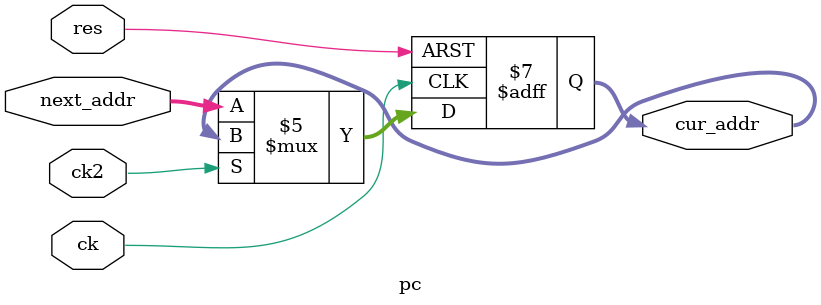
<source format=v>
module pc(ck, res, ck2, next_addr, cur_addr);
input	  wire				 ck;
input   wire         res;
input   wire         ck2;
input	  wire [11:0]  next_addr;
output	reg  [11:0]	 cur_addr;

always @(posedge ck or negedge res) begin
	if (res==1'b0) begin
		cur_addr = 0;
  end
	else if (ck2==1'b0) begin
		cur_addr = next_addr;
	end
end

endmodule

</source>
